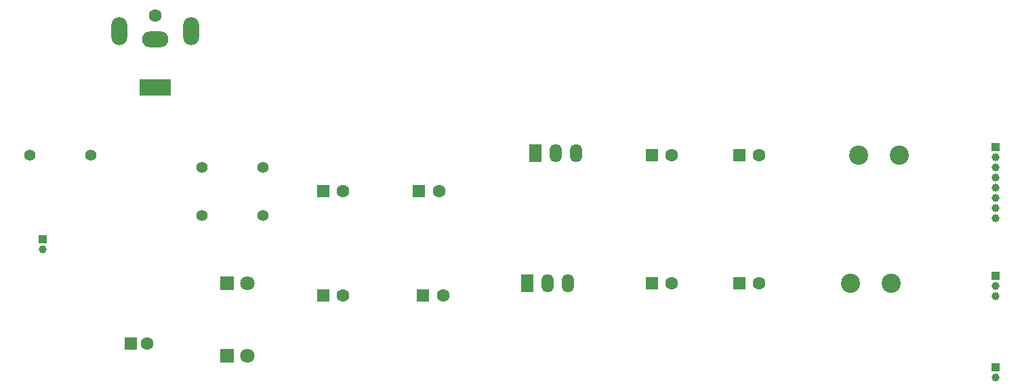
<source format=gbr>
%TF.GenerationSoftware,KiCad,Pcbnew,9.0.6*%
%TF.CreationDate,2026-01-20T17:25:10-06:00*%
%TF.ProjectId,MobileArkhamAsylum,4d6f6269-6c65-4417-926b-68616d417379,rev?*%
%TF.SameCoordinates,Original*%
%TF.FileFunction,Soldermask,Bot*%
%TF.FilePolarity,Negative*%
%FSLAX46Y46*%
G04 Gerber Fmt 4.6, Leading zero omitted, Abs format (unit mm)*
G04 Created by KiCad (PCBNEW 9.0.6) date 2026-01-20 17:25:10*
%MOMM*%
%LPD*%
G01*
G04 APERTURE LIST*
G04 Aperture macros list*
%AMRoundRect*
0 Rectangle with rounded corners*
0 $1 Rounding radius*
0 $2 $3 $4 $5 $6 $7 $8 $9 X,Y pos of 4 corners*
0 Add a 4 corners polygon primitive as box body*
4,1,4,$2,$3,$4,$5,$6,$7,$8,$9,$2,$3,0*
0 Add four circle primitives for the rounded corners*
1,1,$1+$1,$2,$3*
1,1,$1+$1,$4,$5*
1,1,$1+$1,$6,$7*
1,1,$1+$1,$8,$9*
0 Add four rect primitives between the rounded corners*
20,1,$1+$1,$2,$3,$4,$5,0*
20,1,$1+$1,$4,$5,$6,$7,0*
20,1,$1+$1,$6,$7,$8,$9,0*
20,1,$1+$1,$8,$9,$2,$3,0*%
G04 Aperture macros list end*
%ADD10RoundRect,0.250000X-0.550000X-0.550000X0.550000X-0.550000X0.550000X0.550000X-0.550000X0.550000X0*%
%ADD11C,1.600000*%
%ADD12R,4.000000X2.000000*%
%ADD13O,3.300000X2.000000*%
%ADD14O,2.000000X3.500000*%
%ADD15R,1.000000X1.000000*%
%ADD16C,1.000000*%
%ADD17R,1.800000X1.800000*%
%ADD18C,1.800000*%
%ADD19R,1.500000X2.300000*%
%ADD20O,1.500000X2.300000*%
%ADD21C,2.400000*%
%ADD22C,1.400000*%
G04 APERTURE END LIST*
D10*
%TO.C,C1*%
X108500000Y-116000000D03*
D11*
X110500000Y-116000000D03*
%TD*%
%TO.C,J5*%
X111500000Y-75000000D03*
D12*
X111500000Y-84000000D03*
D13*
X111500000Y-78000000D03*
D14*
X116000000Y-77000000D03*
X107000000Y-77000000D03*
%TD*%
D10*
%TO.C,C3*%
X173544888Y-92500000D03*
D11*
X176044888Y-92500000D03*
%TD*%
D15*
%TO.C,J3*%
X216500000Y-91420000D03*
D16*
X216500000Y-92690000D03*
X216500000Y-93960000D03*
X216500000Y-95230000D03*
X216500000Y-96500000D03*
X216500000Y-97770000D03*
X216500000Y-99040000D03*
X216500000Y-100310000D03*
%TD*%
D10*
%TO.C,C2*%
X144500000Y-97000000D03*
D11*
X147000000Y-97000000D03*
%TD*%
D10*
%TO.C,C8*%
X132500000Y-110000000D03*
D11*
X135000000Y-110000000D03*
%TD*%
D17*
%TO.C,D2*%
X120460000Y-108500000D03*
D18*
X123000000Y-108500000D03*
%TD*%
D19*
%TO.C,U3*%
X158000000Y-108500000D03*
D20*
X160540000Y-108500000D03*
X163080000Y-108500000D03*
%TD*%
D15*
%TO.C,J1*%
X216500000Y-107500000D03*
D16*
X216500000Y-108770000D03*
X216500000Y-110040000D03*
%TD*%
D15*
%TO.C,J4*%
X216500000Y-119000000D03*
D16*
X216500000Y-120270000D03*
%TD*%
D21*
%TO.C,R4*%
X203500000Y-108500000D03*
X198420000Y-108500000D03*
%TD*%
D10*
%TO.C,C4*%
X173544888Y-108500000D03*
D11*
X176044888Y-108500000D03*
%TD*%
D10*
%TO.C,C9*%
X184500000Y-108500000D03*
D11*
X187000000Y-108500000D03*
%TD*%
D22*
%TO.C,R1*%
X95880000Y-92500000D03*
X103500000Y-92500000D03*
%TD*%
D17*
%TO.C,D1*%
X120460000Y-117500000D03*
D18*
X123000000Y-117500000D03*
%TD*%
D22*
%TO.C,R3*%
X117380000Y-94000000D03*
X125000000Y-94000000D03*
%TD*%
D15*
%TO.C,J2*%
X97500000Y-103000000D03*
D16*
X97500000Y-104270000D03*
%TD*%
D10*
%TO.C,C5*%
X145000000Y-110000000D03*
D11*
X147500000Y-110000000D03*
%TD*%
D10*
%TO.C,C7*%
X184500000Y-92500000D03*
D11*
X187000000Y-92500000D03*
%TD*%
D19*
%TO.C,U1*%
X159052500Y-92207500D03*
D20*
X161592500Y-92207500D03*
X164132500Y-92207500D03*
%TD*%
D22*
%TO.C,R2*%
X117380000Y-100000000D03*
X125000000Y-100000000D03*
%TD*%
D21*
%TO.C,R5*%
X199420000Y-92500000D03*
X204500000Y-92500000D03*
%TD*%
D10*
%TO.C,C6*%
X132500000Y-97000000D03*
D11*
X135000000Y-97000000D03*
%TD*%
M02*

</source>
